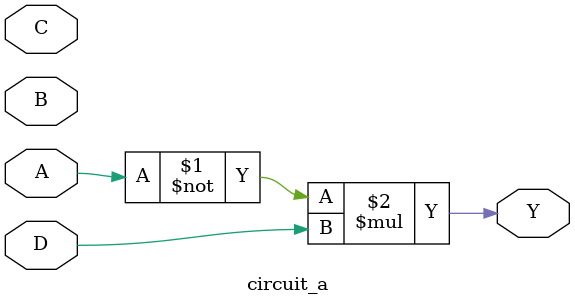
<source format=v>
module circuit_a(

    input A, B, C, D,
    output Y
    );
    
    assign Y = ~A*D;
    
    endmodule
</source>
